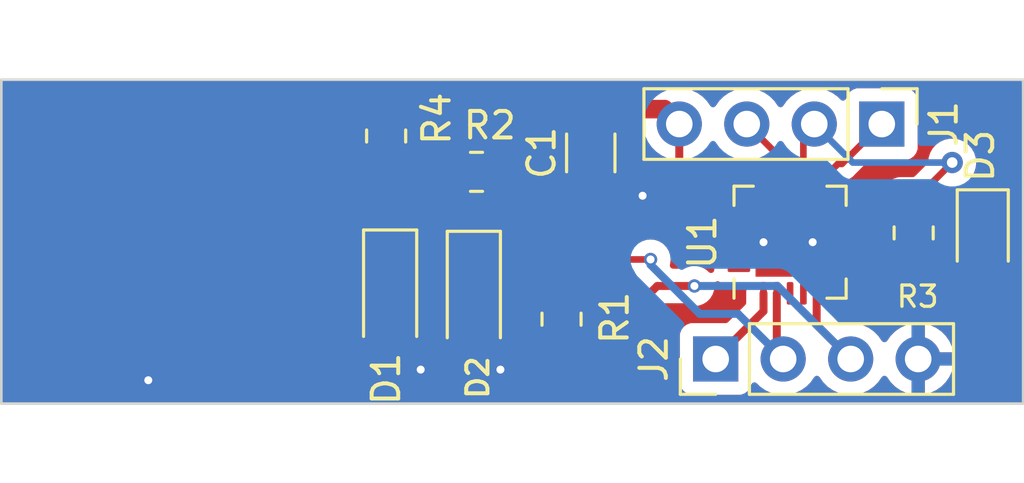
<source format=kicad_pcb>
(kicad_pcb (version 20221018) (generator pcbnew)
  (layers (0 "F.Cu" signal) (31 "B.Cu" signal) (34 "B.Paste" user) (35 "F.Paste" user) (36 "B.SilkS" user "B.Silkscreen") (37 "F.SilkS" user "F.Silkscreen") (38 "B.Mask" user) (39 "F.Mask" user) (44 "Edge.Cuts" user))
  (net 0 "")
  (net 1 "+5V")
  (net 2 "GND")
  (net 3 "Net-(D3-A)")
  (net 4 "Net-(J1-Pin_1)")
  (net 5 "Net-(J1-Pin_2)")
  (net 6 "Net-(J1-Pin_3)")
  (net 7 "Net-(J2-Pin_1)")
  (net 8 "Net-(J2-Pin_2)")
  (net 9 "Net-(J2-Pin_3)")
  (net 22 "Net-(D1-K)")
  (net 23 "Net-(D2-K)")
  (footprint "custom_lib1:PCB_USB_conn" (layer "F.Cu") (at 136.7875 93.7375)
    (fp_text reference "U2" hide)
    (fp_text value "~")
    (pad "1" smd roundrect (at 0 -3.75) (size 7 2) (layers "F.Cu" "F.Paste" "F.Mask") (net 1 "+5V"))
    (pad "2" smd roundrect (at 0 -1) (size 6 1.5) (layers "F.Cu" "F.Paste" "F.Mask") (net 23 "Net-(D2-K)"))
    (pad "3" smd roundrect (at 0 1) (size 6 1.5) (layers "F.Cu" "F.Paste" "F.Mask") (net 22 "Net-(D1-K)"))
    (pad "4" smd roundrect (at 0 3.75) (size 7 2) (layers "F.Cu" "F.Paste" "F.Mask") (net 2 "GND"))
  )
  (footprint "Capacitor_SMD:C_1206_3216Metric_Pad1.33x1.80mm_HandSolder" (layer "F.Cu") (at 154.9 90.6375 -90)
    (fp_text reference "C1" (at 0 1.85 90) (layer "F.SilkS"))
    (fp_text value "100n")
    (fp_line (start -0.711252 -0.91) (end 0.711252 -0.91) (stroke (width 0.12)) (layer "F.SilkS"))
    (fp_line (start -0.711252 0.91) (end 0.711252 0.91) (stroke (width 0.12)) (layer "F.SilkS"))
    (pad "1" smd roundrect (at -1.5625 0 270) (size 1.325 1.8) (layers "F.Cu" "F.Paste" "F.Mask") (roundrect_rratio 0.188679) (net 1 "+5V"))
    (pad "2" smd roundrect (at 1.5625 0 270) (size 1.325 1.8) (layers "F.Cu" "F.Paste" "F.Mask") (roundrect_rratio 0.188679) (net 2 "GND"))
  )
  (footprint "Resistor_SMD:R_0805_2012Metric_Pad1.20x1.40mm_HandSolder" (layer "F.Cu") (at 147.2 90 -90)
    (fp_text reference "R4" (at -0.65 -1.9 90) (layer "F.SilkS"))
    (fp_text value "1k5")
    (fp_line (start -0.227064 -0.735) (end 0.227064 -0.735) (stroke (width 0.12)) (layer "F.SilkS"))
    (fp_line (start -0.227064 0.735) (end 0.227064 0.735) (stroke (width 0.12)) (layer "F.SilkS"))
    (pad "1" smd roundrect (at -1 0 270) (size 1.2 1.4) (layers "F.Cu" "F.Paste" "F.Mask") (roundrect_rratio 0.208333) (net 1 "+5V"))
    (pad "2" smd roundrect (at 1 0 270) (size 1.2 1.4) (layers "F.Cu" "F.Paste" "F.Mask") (roundrect_rratio 0.208333) (net 23 "Net-(D2-K)"))
  )
  (footprint "Connector_PinHeader_2.54mm:PinHeader_1x04_P2.54mm_Vertical" (layer "F.Cu") (at 165.85 89.55 -90)
    (fp_text reference "J1" (at 0 -2.33 -90) (layer "F.SilkS"))
    (fp_text value "Conn_01x04")
    (fp_line (start -1.33 -1.33) (end 0 -1.33) (stroke (width 0.12)) (layer "F.SilkS"))
    (fp_line (start -1.33 0) (end -1.33 -1.33) (stroke (width 0.12)) (layer "F.SilkS"))
    (fp_line (start -1.33 1.27) (end -1.33 8.95) (stroke (width 0.12)) (layer "F.SilkS"))
    (fp_line (start -1.33 1.27) (end 1.33 1.27) (stroke (width 0.12)) (layer "F.SilkS"))
    (fp_line (start -1.33 8.95) (end 1.33 8.95) (stroke (width 0.12)) (layer "F.SilkS"))
    (fp_line (start 1.33 1.27) (end 1.33 8.95) (stroke (width 0.12)) (layer "F.SilkS"))
    (pad "1" thru_hole rect (at 0 0 270) (size 1.7 1.7) (drill 1) (layers "*.Cu" "*.Mask") (net 4 "Net-(J1-Pin_1)"))
    (pad "2" thru_hole oval (at 0 2.54 270) (size 1.7 1.7) (drill 1) (layers "*.Cu" "*.Mask") (net 5 "Net-(J1-Pin_2)"))
    (pad "3" thru_hole oval (at 0 5.08 270) (size 1.7 1.7) (drill 1) (layers "*.Cu" "*.Mask") (net 6 "Net-(J1-Pin_3)"))
    (pad "4" thru_hole oval (at 0 7.62 270) (size 1.7 1.7) (drill 1) (layers "*.Cu" "*.Mask") (net 1 "+5V"))
  )
  (footprint "Diode_SMD:D_SOD-123" (layer "F.Cu") (at 150.5 95.95 -90)
    (fp_text reference "D2" (at 3.15 -0.15 90) (layer "F.SilkS") (effects (font (size 0.8 0.8))))
    (fp_text value "3V6")
    (fp_line (start -2.36 -1) (end -2.36 1) (stroke (width 0.12)) (layer "F.SilkS"))
    (fp_line (start -2.36 -1) (end 1.65 -1) (stroke (width 0.12)) (layer "F.SilkS"))
    (fp_line (start -2.36 1) (end 1.65 1) (stroke (width 0.12)) (layer "F.SilkS"))
    (pad "1" smd roundrect (at -1.65 0 270) (size 0.9 1.2) (layers "F.Cu" "F.Paste" "F.Mask") (net 23 "Net-(D2-K)"))
    (pad "2" smd roundrect (at 1.65 0 270) (size 0.9 1.2) (layers "F.Cu" "F.Paste" "F.Mask") (net 2 "GND"))
  )
  (footprint "Resistor_SMD:R_0805_2012Metric_Pad1.20x1.40mm_HandSolder" (layer "F.Cu") (at 167.05 93.65 -90)
    (fp_text reference "R3" (at 2.4 -0.15 -180) (layer "F.SilkS") (effects (font (size 0.8 0.8) (thickness 0.125))))
    (fp_text value "330R")
    (fp_line (start -0.227064 -0.735) (end 0.227064 -0.735) (stroke (width 0.12)) (layer "F.SilkS"))
    (fp_line (start -0.227064 0.735) (end 0.227064 0.735) (stroke (width 0.12)) (layer "F.SilkS"))
    (pad "1" smd roundrect (at -1 0 270) (size 1.2 1.4) (layers "F.Cu" "F.Paste" "F.Mask") (roundrect_rratio 0.208333) (net 5 "Net-(J1-Pin_2)"))
    (pad "2" smd roundrect (at 1 0 270) (size 1.2 1.4) (layers "F.Cu" "F.Paste" "F.Mask") (roundrect_rratio 0.208333) (net 3 "Net-(D3-A)"))
  )
  (footprint "Package_DFN_QFN:QFN-20-1EP_4x4mm_P0.5mm_EP2.6x2.6mm" (layer "F.Cu") (at 162.4 94 90)
    (fp_text reference "U1" (at 0 -3.3 90) (layer "F.SilkS"))
    (fp_text value "ATtiny85-20M")
    (fp_line (start -2.11 2.11) (end -2.11 1.385) (stroke (width 0.12)) (layer "F.SilkS"))
    (fp_line (start -1.385 -2.11) (end -2.11 -2.11) (stroke (width 0.12)) (layer "F.SilkS"))
    (fp_line (start -1.385 2.11) (end -2.11 2.11) (stroke (width 0.12)) (layer "F.SilkS"))
    (fp_line (start 1.385 -2.11) (end 2.11 -2.11) (stroke (width 0.12)) (layer "F.SilkS"))
    (fp_line (start 1.385 2.11) (end 2.11 2.11) (stroke (width 0.12)) (layer "F.SilkS"))
    (fp_line (start 2.11 -2.11) (end 2.11 -1.385) (stroke (width 0.12)) (layer "F.SilkS"))
    (fp_line (start 2.11 2.11) (end 2.11 1.385) (stroke (width 0.12)) (layer "F.SilkS"))
    (pad "1" smd roundrect (at -1.925 -1 90) (size 0.85 0.25) (layers "F.Cu" "F.Paste" "F.Mask") (net 7 "Net-(J2-Pin_1)"))
    (pad "2" smd roundrect (at -1.925 -0.5 90) (size 0.85 0.25) (layers "F.Cu" "F.Paste" "F.Mask") (net 8 "Net-(J2-Pin_2)"))
    (pad "3" smd roundrect (at -1.925 0 90) (size 0.85 0.25) (layers "F.Cu" "F.Paste" "F.Mask"))
    (pad "4" smd roundrect (at -1.925 0.5 90) (size 0.85 0.25) (layers "F.Cu" "F.Paste" "F.Mask"))
    (pad "5" smd roundrect (at -1.925 1 90) (size 0.85 0.25) (layers "F.Cu" "F.Paste" "F.Mask") (net 9 "Net-(J2-Pin_3)"))
    (pad "6" smd roundrect (at -1 1.925 90) (size 0.25 0.85) (layers "F.Cu" "F.Paste" "F.Mask"))
    (pad "7" smd roundrect (at -0.5 1.925 90) (size 0.25 0.85) (layers "F.Cu" "F.Paste" "F.Mask"))
    (pad "8" smd roundrect (at 0 1.925 90) (size 0.25 0.85) (layers "F.Cu" "F.Paste" "F.Mask") (net 2 "GND"))
    (pad "9" smd roundrect (at 0.5 1.925 90) (size 0.25 0.85) (layers "F.Cu" "F.Paste" "F.Mask"))
    (pad "10" smd roundrect (at 1 1.925 90) (size 0.25 0.85) (layers "F.Cu" "F.Paste" "F.Mask"))
    (pad "11" smd roundrect (at 1.925 1 90) (size 0.85 0.25) (layers "F.Cu" "F.Paste" "F.Mask") (net 4 "Net-(J1-Pin_1)"))
    (pad "12" smd roundrect (at 1.925 0.5 90) (size 0.85 0.25) (layers "F.Cu" "F.Paste" "F.Mask") (net 5 "Net-(J1-Pin_2)"))
    (pad "13" smd roundrect (at 1.925 0 90) (size 0.85 0.25) (layers "F.Cu" "F.Paste" "F.Mask"))
    (pad "14" smd roundrect (at 1.925 -0.5 90) (size 0.85 0.25) (layers "F.Cu" "F.Paste" "F.Mask") (net 6 "Net-(J1-Pin_3)"))
    (pad "15" smd roundrect (at 1.925 -1 90) (size 0.85 0.25) (layers "F.Cu" "F.Paste" "F.Mask") (net 1 "+5V"))
    (pad "16" smd roundrect (at 1 -1.925 90) (size 0.25 0.85) (layers "F.Cu" "F.Paste" "F.Mask"))
    (pad "17" smd roundrect (at 0.5 -1.925 90) (size 0.25 0.85) (layers "F.Cu" "F.Paste" "F.Mask"))
    (pad "18" smd roundrect (at 0 -1.925 90) (size 0.25 0.85) (layers "F.Cu" "F.Paste" "F.Mask"))
    (pad "19" smd roundrect (at -0.5 -1.925 90) (size 0.25 0.85) (layers "F.Cu" "F.Paste" "F.Mask"))
    (pad "20" smd roundrect (at -1 -1.925 90) (size 0.25 0.85) (layers "F.Cu" "F.Paste" "F.Mask"))
    (pad "21" smd rect (at 0 0 90) (size 2.6 2.6) (layers "F.Cu" "F.Mask") (net 2 "GND"))
  )
  (footprint "LED_SMD:LED_0805_2012Metric" (layer "F.Cu") (at 169.65 93.7125 -90)
    (fp_text reference "D3" (at -2.9625 0.1 90) (layer "F.SilkS"))
    (fp_text value "LED")
    (fp_line (start -1.685 -0.96) (end -1.685 0.96) (stroke (width 0.12)) (layer "F.SilkS"))
    (fp_line (start -1.685 0.96) (end 1 0.96) (stroke (width 0.12)) (layer "F.SilkS"))
    (fp_line (start 1 -0.96) (end -1.685 -0.96) (stroke (width 0.12)) (layer "F.SilkS"))
    (pad "1" smd roundrect (at -0.9375 0 270) (size 0.975 1.4) (layers "F.Cu" "F.Paste" "F.Mask") (net 2 "GND"))
    (pad "2" smd roundrect (at 0.9375 0 270) (size 0.975 1.4) (layers "F.Cu" "F.Paste" "F.Mask") (net 3 "Net-(D3-A)"))
  )
  (footprint "Diode_SMD:D_SOD-123" (layer "F.Cu") (at 147.35 95.9 -90)
    (fp_text reference "D1" (at 3.25 0.15 90) (layer "F.SilkS"))
    (fp_text value "3V6")
    (fp_line (start -2.36 -1) (end -2.36 1) (stroke (width 0.12)) (layer "F.SilkS"))
    (fp_line (start -2.36 -1) (end 1.65 -1) (stroke (width 0.12)) (layer "F.SilkS"))
    (fp_line (start -2.36 1) (end 1.65 1) (stroke (width 0.12)) (layer "F.SilkS"))
    (pad "1" smd roundrect (at -1.65 0 270) (size 0.9 1.2) (layers "F.Cu" "F.Paste" "F.Mask") (net 22 "Net-(D1-K)"))
    (pad "2" smd roundrect (at 1.65 0 270) (size 0.9 1.2) (layers "F.Cu" "F.Paste" "F.Mask") (net 2 "GND"))
  )
  (footprint "Resistor_SMD:R_0805_2012Metric_Pad1.20x1.40mm_HandSolder" (layer "F.Cu") (at 150.6 91.35 180)
    (fp_text reference "R2" (at -0.5 1.75) (layer "F.SilkS"))
    (fp_text value "68R")
    (fp_line (start -0.227064 -0.735) (end 0.227064 -0.735) (stroke (width 0.12)) (layer "F.SilkS"))
    (fp_line (start -0.227064 0.735) (end 0.227064 0.735) (stroke (width 0.12)) (layer "F.SilkS"))
    (pad "1" smd roundrect (at -1 0 180) (size 1.2 1.4) (layers "F.Cu" "F.Paste" "F.Mask") (roundrect_rratio 0.208333) (net 8 "Net-(J2-Pin_2)"))
    (pad "2" smd roundrect (at 1 0 180) (size 1.2 1.4) (layers "F.Cu" "F.Paste" "F.Mask") (roundrect_rratio 0.208333) (net 23 "Net-(D2-K)"))
  )
  (footprint "Resistor_SMD:R_0805_2012Metric_Pad1.20x1.40mm_HandSolder" (layer "F.Cu") (at 153.8 96.9 90)
    (fp_text reference "R1" (at 0.05 2 90) (layer "F.SilkS"))
    (fp_text value "68R")
    (fp_line (start -0.227064 -0.735) (end 0.227064 -0.735) (stroke (width 0.12)) (layer "F.SilkS"))
    (fp_line (start -0.227064 0.735) (end 0.227064 0.735) (stroke (width 0.12)) (layer "F.SilkS"))
    (pad "1" smd roundrect (at -1 0 90) (size 1.2 1.4) (layers "F.Cu" "F.Paste" "F.Mask") (roundrect_rratio 0.208333) (net 9 "Net-(J2-Pin_3)"))
    (pad "2" smd roundrect (at 1 0 90) (size 1.2 1.4) (layers "F.Cu" "F.Paste" "F.Mask") (roundrect_rratio 0.208333) (net 22 "Net-(D1-K)"))
  )
  (footprint "Connector_PinHeader_2.54mm:PinHeader_1x04_P2.54mm_Vertical" (layer "F.Cu") (at 159.6 98.4 90)
    (fp_text reference "J2" (at 0 -2.33 90) (layer "F.SilkS"))
    (fp_text value "Conn_01x04")
    (fp_line (start -1.33 -1.33) (end 0 -1.33) (stroke (width 0.12)) (layer "F.SilkS"))
    (fp_line (start -1.33 0) (end -1.33 -1.33) (stroke (width 0.12)) (layer "F.SilkS"))
    (fp_line (start -1.33 1.27) (end -1.33 8.95) (stroke (width 0.12)) (layer "F.SilkS"))
    (fp_line (start -1.33 1.27) (end 1.33 1.27) (stroke (width 0.12)) (layer "F.SilkS"))
    (fp_line (start -1.33 8.95) (end 1.33 8.95) (stroke (width 0.12)) (layer "F.SilkS"))
    (fp_line (start 1.33 1.27) (end 1.33 8.95) (stroke (width 0.12)) (layer "F.SilkS"))
    (pad "1" thru_hole rect (at 0 0 90) (size 1.7 1.7) (drill 1) (layers "*.Cu" "*.Mask") (net 7 "Net-(J2-Pin_1)"))
    (pad "2" thru_hole oval (at 0 2.54 90) (size 1.7 1.7) (drill 1) (layers "*.Cu" "*.Mask") (net 8 "Net-(J2-Pin_2)"))
    (pad "3" thru_hole oval (at 0 5.08 90) (size 1.7 1.7) (drill 1) (layers "*.Cu" "*.Mask") (net 9 "Net-(J2-Pin_3)"))
    (pad "4" thru_hole oval (at 0 7.62 90) (size 1.7 1.7) (drill 1) (layers "*.Cu" "*.Mask") (net 2 "GND"))
  )
  (gr_rect (start 132.72 87.88) (end 171.17 100.08) (stroke (width 0.1)) (fill none) (layer "Edge.Cuts"))
  (segment (start 155.1875 89) (end 155.2 88.9875) (width 0.7) (layer "F.Cu") (net 1))
  (segment (start 144.25 89) (end 147.2 89) (width 0.7) (layer "F.Cu") (net 1))
  (segment (start 155.2 88.9875) (end 157.6675 88.9875) (width 0.7) (layer "F.Cu") (net 1))
  (segment (start 136.7875 89.9875) (end 143.2625 89.9875) (width 0.7) (layer "F.Cu") (net 1))
  (segment (start 143.2625 89.9875) (end 144.25 89) (width 0.7) (layer "F.Cu") (net 1))
  (segment (start 157.6675 88.9875) (end 158.23 89.55) (width 0.7) (layer "F.Cu") (net 1))
  (segment (start 147.2 89) (end 155.1875 89) (width 0.7) (layer "F.Cu") (net 1))
  (segment (start 161.4 92.075) (end 158.925 92.075) (width 0.3) (layer "F.Cu") (net 1))
  (segment (start 158.925 92.075) (end 158.23 91.38) (width 0.3) (layer "F.Cu") (net 1))
  (segment (start 158.23 91.38) (end 158.23 89.55) (width 0.3) (layer "F.Cu") (net 1))
  (segment (start 163.25 94) (end 164.325 94) (width 0.25) (layer "F.Cu") (net 2))
  (segment (start 147.35 97.55) (end 147.35 97.65) (width 0.25) (layer "F.Cu") (net 2))
  (segment (start 150.5 97.6) (end 150.5 97.8) (width 0.25) (layer "F.Cu") (net 2))
  (segment (start 136.7875 97.4875) (end 136.7875 97.7375) (width 0.25) (layer "F.Cu") (net 2))
  (segment (start 147.35 97.65) (end 148.5 98.8) (width 0.25) (layer "F.Cu") (net 2))
  (segment (start 136.7875 97.7375) (end 138.25 99.2) (width 0.25) (layer "F.Cu") (net 2))
  (segment (start 150.5 97.8) (end 151.5 98.8) (width 0.25) (layer "F.Cu") (net 2))
  (segment (start 156.85 92.25) (end 155.3375 92.25) (width 0.25) (layer "F.Cu") (net 2))
  (segment (start 155.3375 92.25) (end 155.2 92.1125) (width 0.25) (layer "F.Cu") (net 2))
  (via (at 156.85 92.25) (size 0.5) (drill 0.3) (layers "F.Cu" "B.Cu") (net 2))
  (via (at 148.5 98.8) (size 0.5) (drill 0.3) (layers "F.Cu" "B.Cu") (net 2))
  (via (at 163.25 94) (size 0.5) (drill 0.3) (layers "F.Cu" "B.Cu") (net 2))
  (via (at 161.4 94) (size 0.5) (drill 0.3) (layers "F.Cu" "B.Cu") (net 2))
  (via (at 151.5 98.8) (size 0.5) (drill 0.3) (layers "F.Cu" "B.Cu") (net 2))
  (via (at 138.25 99.2) (size 0.5) (drill 0.3) (layers "F.Cu" "B.Cu") (net 2))
  (segment (start 167.05 94.65) (end 169.65 94.65) (width 0.25) (layer "F.Cu") (net 3))
  (segment (start 165.85 89.55) (end 164.35 91.05) (width 0.25) (layer "F.Cu") (net 4))
  (segment (start 163.4 91.85) (end 163.4 92.075) (width 0.25) (layer "F.Cu") (net 4))
  (segment (start 164.2 91.05) (end 163.4 91.85) (width 0.25) (layer "F.Cu") (net 4))
  (segment (start 164.35 91.05) (end 164.2 91.05) (width 0.25) (layer "F.Cu") (net 4))
  (segment (start 162.9 92.075) (end 162.9 89.96) (width 0.25) (layer "F.Cu") (net 5))
  (segment (start 162.9 89.96) (end 163.31 89.55) (width 0.25) (layer "F.Cu") (net 5))
  (segment (start 167.05 92.65) (end 167.05 92.45) (width 0.25) (layer "F.Cu") (net 5))
  (segment (start 167.05 92.45) (end 168.5 91) (width 0.25) (layer "F.Cu") (net 5))
  (via (at 168.5 91) (size 0.8) (drill 0.4) (layers "F.Cu" "B.Cu") (net 5))
  (segment (start 163.31 89.55) (end 164.76 91) (width 0.25) (layer "B.Cu") (net 5))
  (segment (start 164.76 91) (end 168.5 91) (width 0.25) (layer "B.Cu") (net 5))
  (segment (start 161.9 92.075) (end 161.9 90.68) (width 0.25) (layer "F.Cu") (net 6))
  (segment (start 161.9 90.68) (end 160.77 89.55) (width 0.25) (layer "F.Cu") (net 6))
  (segment (start 161.4 95.925) (end 161.4 96.6) (width 0.3) (layer "F.Cu") (net 7))
  (segment (start 161.4 96.6) (end 159.6 98.4) (width 0.3) (layer "F.Cu") (net 7))
  (segment (start 154.9 94.65) (end 157.15 94.65) (width 0.25) (layer "F.Cu") (net 8))
  (segment (start 161.9 98.16) (end 162.14 98.4) (width 0.3) (layer "F.Cu") (net 8))
  (segment (start 161.9 95.925) (end 161.9 98.16) (width 0.3) (layer "F.Cu") (net 8))
  (segment (start 151.6 91.35) (end 154.9 94.65) (width 0.25) (layer "F.Cu") (net 8))
  (via (at 157.15 94.65) (size 0.5) (drill 0.3) (layers "F.Cu" "B.Cu") (net 8))
  (segment (start 162.14 98.4) (end 160.44 96.7) (width 0.3) (layer "B.Cu") (net 8))
  (segment (start 160.44 96.7) (end 159 96.7) (width 0.3) (layer "B.Cu") (net 8))
  (segment (start 159 96.7) (end 157.15 94.85) (width 0.3) (layer "B.Cu") (net 8))
  (segment (start 157.15 94.85) (end 157.15 94.65) (width 0.3) (layer "B.Cu") (net 8))
  (segment (start 157.4 95.65) (end 155.15 97.9) (width 0.3) (layer "F.Cu") (net 9))
  (segment (start 155.15 97.9) (end 153.8 97.9) (width 0.3) (layer "F.Cu") (net 9))
  (segment (start 163.4 97.12) (end 164.68 98.4) (width 0.3) (layer "F.Cu") (net 9))
  (segment (start 163.4 95.925) (end 163.4 97.12) (width 0.3) (layer "F.Cu") (net 9))
  (segment (start 158.8 95.65) (end 157.4 95.65) (width 0.3) (layer "F.Cu") (net 9))
  (via (at 158.8 95.65) (size 0.5) (drill 0.3) (layers "F.Cu" "B.Cu") (net 9))
  (segment (start 161.93 95.65) (end 158.8 95.65) (width 0.3) (layer "B.Cu") (net 9))
  (segment (start 162.865 96.585) (end 161.93 95.65) (width 0.3) (layer "B.Cu") (net 9))
  (segment (start 164.68 98.4) (end 162.865 96.585) (width 0.3) (layer "B.Cu") (net 9))
  (segment (start 144.15 94.25) (end 147.35 94.25) (width 0.3) (layer "F.Cu") (net 22))
  (segment (start 136.7875 94.7375) (end 143.6625 94.7375) (width 0.3) (layer "F.Cu") (net 22))
  (segment (start 143.6625 94.7375) (end 144.15 94.25) (width 0.3) (layer "F.Cu") (net 22))
  (segment (start 153.8 95.9) (end 148.85 95.9) (width 0.3) (layer "F.Cu") (net 22))
  (segment (start 147.35 94.4) (end 147.35 94.25) (width 0.3) (layer "F.Cu") (net 22))
  (segment (start 148.85 95.9) (end 147.35 94.4) (width 0.3) (layer "F.Cu") (net 22))
  (segment (start 136.7875 92.7375) (end 143.5125 92.7375) (width 0.3) (layer "F.Cu") (net 23))
  (segment (start 143.5125 92.7375) (end 145.25 91) (width 0.3) (layer "F.Cu") (net 23))
  (segment (start 145.25 91) (end 147.2 91) (width 0.3) (layer "F.Cu") (net 23))
  (segment (start 149.25 91) (end 149.6 91.35) (width 0.3) (layer "F.Cu") (net 23))
  (segment (start 147.2 91) (end 149.25 91) (width 0.3) (layer "F.Cu") (net 23))
  (segment (start 149.6 91.35) (end 149.6 93.4) (width 0.3) (layer "F.Cu") (net 23))
  (segment (start 149.6 93.4) (end 150.5 94.3) (width 0.3) (layer "F.Cu") (net 23))
  (zone (net 2) (net_name "GND") (layers "F&B.Cu") (connect_pads (clearance 0.5)) (min_thickness 0.25) (fill yes (thermal_gap 0.5) (thermal_bridge_width 0.5))
    (polygon (pts (xy 132.75 87.85) (xy 171.15 87.9) (xy 171.15 100.1) (xy 132.7 100.05)))
  )
)
</source>
